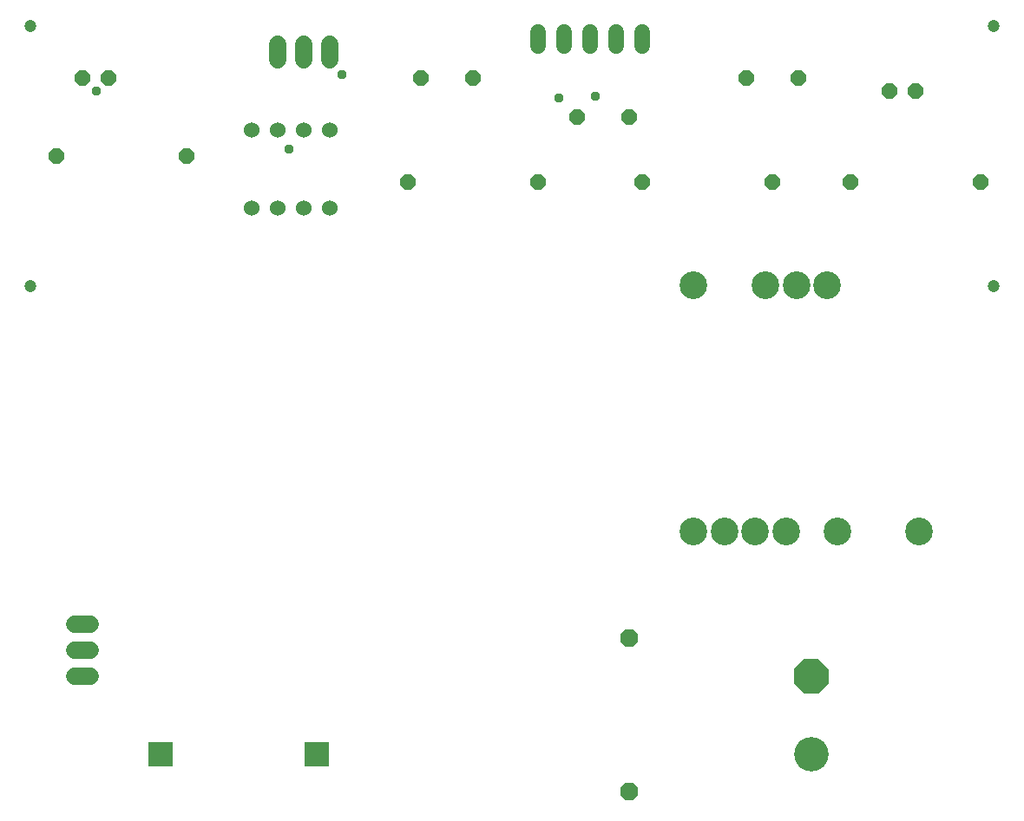
<source format=gbr>
G04 EAGLE Gerber X2 export*
%TF.Part,Single*%
%TF.FileFunction,Soldermask,Bot,1*%
%TF.FilePolarity,Negative*%
%TF.GenerationSoftware,Autodesk,EAGLE,8.6.2*%
%TF.CreationDate,2018-03-24T09:11:56Z*%
G75*
%MOMM*%
%FSLAX34Y34*%
%LPD*%
%AMOC8*
5,1,8,0,0,1.08239X$1,22.5*%
G01*
%ADD10C,1.203200*%
%ADD11P,1.649562X8X22.500000*%
%ADD12P,1.869504X8X112.500000*%
%ADD13P,3.629037X8X112.500000*%
%ADD14C,3.352800*%
%ADD15R,2.489200X2.489200*%
%ADD16C,1.524000*%
%ADD17C,1.711200*%
%ADD18C,1.524000*%
%ADD19C,2.703200*%
%ADD20C,0.959600*%


D10*
X25400Y774700D03*
X965200Y774700D03*
X965200Y520700D03*
X25400Y520700D03*
D11*
X723900Y723900D03*
X774700Y723900D03*
X406400Y723900D03*
X457200Y723900D03*
D12*
X609600Y26670D03*
X609600Y176530D03*
D13*
X787400Y139700D03*
D14*
X787400Y63500D03*
D11*
X558800Y685800D03*
X609600Y685800D03*
D15*
X152400Y63500D03*
X304800Y63500D03*
D16*
X241300Y596900D03*
X266700Y596900D03*
X266700Y673100D03*
X241300Y673100D03*
X292100Y596900D03*
X317500Y596900D03*
X292100Y673100D03*
X317500Y673100D03*
D17*
X83740Y190500D02*
X68660Y190500D01*
X68660Y165100D02*
X83740Y165100D01*
X83740Y139700D02*
X68660Y139700D01*
D11*
X50800Y647700D03*
X177800Y647700D03*
X393700Y622300D03*
X520700Y622300D03*
X622300Y622300D03*
X749300Y622300D03*
X825500Y622300D03*
X952500Y622300D03*
D18*
X520700Y755396D02*
X520700Y768604D01*
X546100Y768604D02*
X546100Y755396D01*
X571500Y755396D02*
X571500Y768604D01*
X596900Y768604D02*
X596900Y755396D01*
X622300Y755396D02*
X622300Y768604D01*
D19*
X672400Y281200D03*
X702400Y281200D03*
X732400Y281200D03*
X762400Y281200D03*
X812400Y281200D03*
X892400Y281200D03*
X672400Y521200D03*
X742400Y521200D03*
X772400Y521200D03*
X802400Y521200D03*
D17*
X317500Y741760D02*
X317500Y756840D01*
X292100Y756840D02*
X292100Y741760D01*
X266700Y741760D02*
X266700Y756840D01*
D11*
X863600Y711200D03*
X889000Y711200D03*
X76200Y723900D03*
X101600Y723900D03*
D20*
X329333Y727515D03*
X540473Y704565D03*
X89505Y711450D03*
X277695Y654075D03*
X576045Y705713D03*
M02*

</source>
